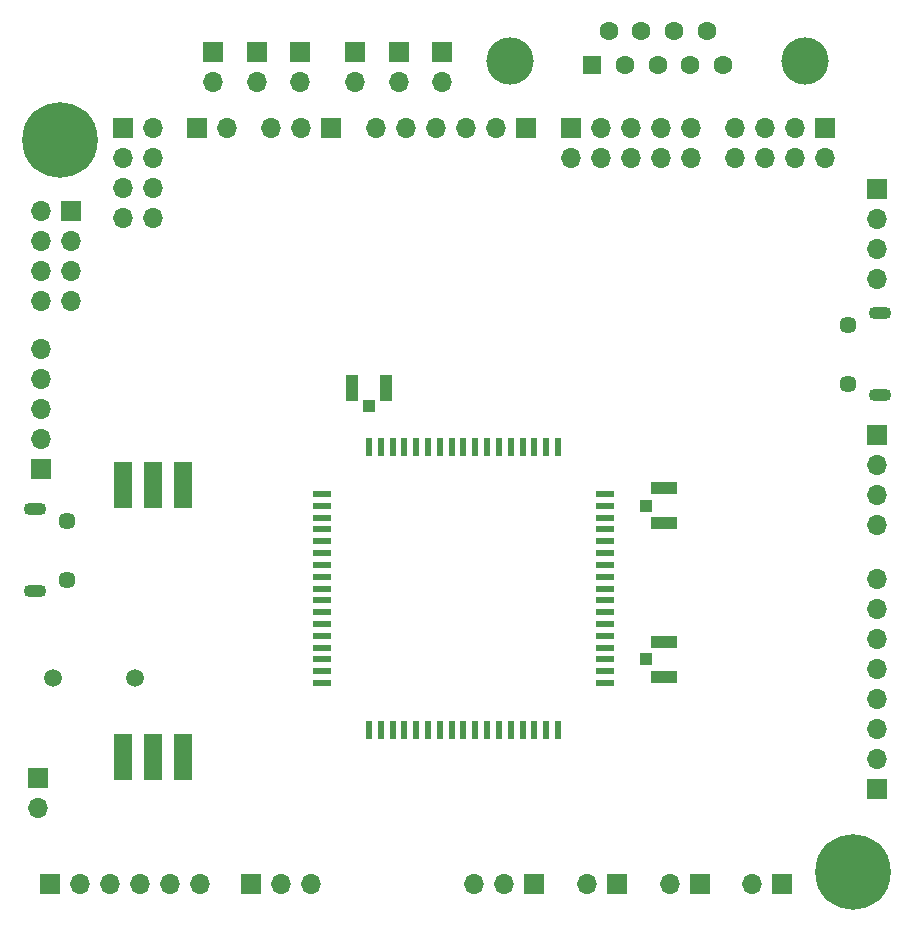
<source format=gbr>
G04 #@! TF.GenerationSoftware,KiCad,Pcbnew,(5.99.0-9519-ga70106a3bd)*
G04 #@! TF.CreationDate,2021-03-11T21:55:01+03:00*
G04 #@! TF.ProjectId,UnderControl,556e6465-7243-46f6-9e74-726f6c2e6b69,rev?*
G04 #@! TF.SameCoordinates,Original*
G04 #@! TF.FileFunction,Soldermask,Bot*
G04 #@! TF.FilePolarity,Negative*
%FSLAX46Y46*%
G04 Gerber Fmt 4.6, Leading zero omitted, Abs format (unit mm)*
G04 Created by KiCad (PCBNEW (5.99.0-9519-ga70106a3bd)) date 2021-03-11 21:55:01*
%MOMM*%
%LPD*%
G01*
G04 APERTURE LIST*
%ADD10C,0.800000*%
%ADD11C,6.400000*%
%ADD12R,1.700000X1.700000*%
%ADD13O,1.700000X1.700000*%
%ADD14C,1.450000*%
%ADD15O,1.900000X1.100000*%
%ADD16C,4.000000*%
%ADD17R,1.600000X1.600000*%
%ADD18C,1.600000*%
%ADD19C,1.500000*%
%ADD20R,1.500000X4.000000*%
%ADD21R,2.250000X1.100000*%
%ADD22R,1.100000X1.050000*%
%ADD23R,1.100000X2.250000*%
%ADD24R,1.050000X1.100000*%
%ADD25R,0.600000X1.600000*%
%ADD26R,1.600000X0.600000*%
G04 APERTURE END LIST*
D10*
X35497056Y-95697056D03*
X32102944Y-92302944D03*
X35497056Y-92302944D03*
X31400000Y-94000000D03*
X32102944Y-95697056D03*
X33800000Y-96400000D03*
X33800000Y-91600000D03*
D11*
X33800000Y-94000000D03*
D10*
X36200000Y-94000000D03*
D12*
X56800000Y-93050000D03*
D13*
X54260000Y-93050000D03*
X51720000Y-93050000D03*
D12*
X95000000Y-157000000D03*
D13*
X92460000Y-157000000D03*
D12*
X103000000Y-149000000D03*
D13*
X103000000Y-146460000D03*
X103000000Y-143920000D03*
X103000000Y-141380000D03*
X103000000Y-138840000D03*
X103000000Y-136300000D03*
X103000000Y-133760000D03*
X103000000Y-131220000D03*
D12*
X32000000Y-148000000D03*
D13*
X32000000Y-150540000D03*
D12*
X74000000Y-157000000D03*
D13*
X71460000Y-157000000D03*
X68920000Y-157000000D03*
D12*
X88000000Y-157000000D03*
D13*
X85460000Y-157000000D03*
D12*
X50000000Y-157000000D03*
D13*
X52540000Y-157000000D03*
X55080000Y-157000000D03*
D14*
X34462500Y-131250000D03*
D15*
X31762500Y-125250000D03*
D14*
X34462500Y-126250000D03*
D15*
X31762500Y-132250000D03*
D12*
X77100000Y-93000000D03*
D13*
X77100000Y-95540000D03*
X79640000Y-93000000D03*
X79640000Y-95540000D03*
X82180000Y-93000000D03*
X82180000Y-95540000D03*
X84720000Y-93000000D03*
X84720000Y-95540000D03*
X87260000Y-93000000D03*
X87260000Y-95540000D03*
D12*
X45400000Y-93000000D03*
D13*
X47940000Y-93000000D03*
D12*
X73300000Y-93050000D03*
D13*
X70760000Y-93050000D03*
X68220000Y-93050000D03*
X65680000Y-93050000D03*
X63140000Y-93050000D03*
X60600000Y-93050000D03*
D12*
X39160000Y-93050000D03*
D13*
X41700000Y-93050000D03*
X39160000Y-95590000D03*
X41700000Y-95590000D03*
X39160000Y-98130000D03*
X41700000Y-98130000D03*
X39160000Y-100670000D03*
X41700000Y-100670000D03*
D12*
X98600000Y-93000000D03*
D13*
X98600000Y-95540000D03*
X96060000Y-93000000D03*
X96060000Y-95540000D03*
X93520000Y-93000000D03*
X93520000Y-95540000D03*
X90980000Y-93000000D03*
X90980000Y-95540000D03*
D12*
X46800000Y-86550000D03*
D13*
X46800000Y-89090000D03*
D12*
X50500000Y-86550000D03*
D13*
X50500000Y-89090000D03*
D12*
X66200000Y-86550000D03*
D13*
X66200000Y-89090000D03*
D12*
X62500000Y-86550000D03*
D13*
X62500000Y-89090000D03*
D12*
X58800000Y-86550000D03*
D13*
X58800000Y-89090000D03*
D16*
X71940000Y-87350000D03*
X96940000Y-87350000D03*
D17*
X78900000Y-87650000D03*
D18*
X81670000Y-87650000D03*
X84440000Y-87650000D03*
X87210000Y-87650000D03*
X89980000Y-87650000D03*
X80285000Y-84810000D03*
X83055000Y-84810000D03*
X85825000Y-84810000D03*
X88595000Y-84810000D03*
D12*
X54200000Y-86550000D03*
D13*
X54200000Y-89090000D03*
D12*
X32250000Y-121900000D03*
D13*
X32250000Y-119360000D03*
X32250000Y-116820000D03*
X32250000Y-114280000D03*
X32250000Y-111740000D03*
D12*
X81000000Y-157000000D03*
D13*
X78460000Y-157000000D03*
D10*
X101000000Y-158400000D03*
X101000000Y-153600000D03*
X103400000Y-156000000D03*
X102697056Y-157697056D03*
X102697056Y-154302944D03*
X99302944Y-157697056D03*
X98600000Y-156000000D03*
X99302944Y-154302944D03*
D11*
X101000000Y-156000000D03*
D12*
X103000000Y-98200000D03*
D13*
X103000000Y-100740000D03*
X103000000Y-103280000D03*
X103000000Y-105820000D03*
D14*
X100537500Y-109650000D03*
D15*
X103237500Y-115650000D03*
X103237500Y-108650000D03*
D14*
X100537500Y-114650000D03*
D12*
X103000000Y-119000000D03*
D13*
X103000000Y-121540000D03*
X103000000Y-124080000D03*
X103000000Y-126620000D03*
D12*
X34800000Y-100000000D03*
D13*
X32260000Y-100000000D03*
X34800000Y-102540000D03*
X32260000Y-102540000D03*
X34800000Y-105080000D03*
X32260000Y-105080000D03*
X34800000Y-107620000D03*
X32260000Y-107620000D03*
D12*
X33000000Y-157000000D03*
D13*
X35540000Y-157000000D03*
X38080000Y-157000000D03*
X40620000Y-157000000D03*
X43160000Y-157000000D03*
X45700000Y-157000000D03*
D19*
X40225000Y-139600000D03*
X33225000Y-139600000D03*
D20*
X39210000Y-146250000D03*
X41750000Y-146250000D03*
X44290000Y-146250000D03*
X39210000Y-123250000D03*
X41750000Y-123250000D03*
X44250000Y-123250000D03*
D21*
X85000000Y-126475000D03*
X85000000Y-123525000D03*
D22*
X83450000Y-125000000D03*
D23*
X61475000Y-115000000D03*
X58525000Y-115000000D03*
D24*
X60000000Y-116550000D03*
D21*
X85000000Y-139475000D03*
X85000000Y-136525000D03*
D22*
X83450000Y-138000000D03*
D25*
X76000000Y-144000000D03*
X75000000Y-144000000D03*
X74000000Y-144000000D03*
X73000000Y-144000000D03*
X72000000Y-144000000D03*
X71000000Y-144000000D03*
X70000000Y-144000000D03*
X69000000Y-144000000D03*
X68000000Y-144000000D03*
X67000000Y-144000000D03*
X66000000Y-144000000D03*
X65000000Y-144000000D03*
X64000000Y-144000000D03*
X63000000Y-144000000D03*
X62000000Y-144000000D03*
X61000000Y-144000000D03*
X60000000Y-144000000D03*
D26*
X56000000Y-140000000D03*
X56000000Y-139000000D03*
X56000000Y-138000000D03*
X56000000Y-137000000D03*
X56000000Y-136000000D03*
X56000000Y-135000000D03*
X56000000Y-134000000D03*
X56000000Y-133000000D03*
X56000000Y-132000000D03*
X56000000Y-131000000D03*
X56000000Y-130000000D03*
X56000000Y-129000000D03*
X56000000Y-128000000D03*
X56000000Y-127000000D03*
X56000000Y-126000000D03*
X56000000Y-125000000D03*
X56000000Y-124000000D03*
D25*
X60000000Y-120000000D03*
X61000000Y-120000000D03*
X62000000Y-120000000D03*
X63000000Y-120000000D03*
X64000000Y-120000000D03*
X65000000Y-120000000D03*
X66000000Y-120000000D03*
X67000000Y-120000000D03*
X68000000Y-120000000D03*
X69000000Y-120000000D03*
X70000000Y-120000000D03*
X71000000Y-120000000D03*
X72000000Y-120000000D03*
X73000000Y-120000000D03*
X74000000Y-120000000D03*
X75000000Y-120000000D03*
X76000000Y-120000000D03*
D26*
X80000000Y-124000000D03*
X80000000Y-125000000D03*
X80000000Y-126000000D03*
X80000000Y-127000000D03*
X80000000Y-128000000D03*
X80000000Y-129000000D03*
X80000000Y-130000000D03*
X80000000Y-131000000D03*
X80000000Y-132000000D03*
X80000000Y-133000000D03*
X80000000Y-134000000D03*
X80000000Y-135000000D03*
X80000000Y-136000000D03*
X80000000Y-137000000D03*
X80000000Y-138000000D03*
X80000000Y-139000000D03*
X80000000Y-140000000D03*
M02*

</source>
